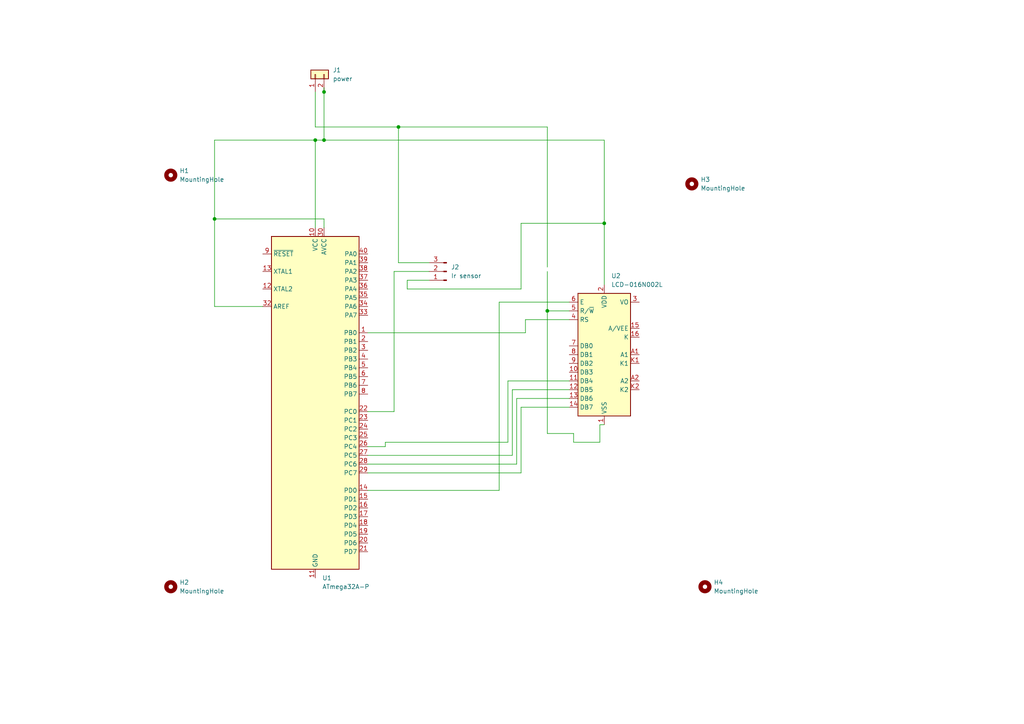
<source format=kicad_sch>
(kicad_sch (version 20211123) (generator eeschema)
  (paper "A4")
  (lib_symbols
    (symbol "Connector:Conn_01x03_Male" (pin_names (offset 1.016) hide)
      (property "Reference" "J" (at 0 5.08 0))
      (property "Value" "Conn_01x03_Male" (at 0 -5.08 0))
      (symbol "Conn_01x03_Male_1_1"
        (polyline (pts (xy 1.27 -2.54) (xy 0.8636 -2.54)) (stroke (width 0.1524)))
        (polyline (pts (xy 1.27 0) (xy 0.8636 0)) (stroke (width 0.1524)))
        (polyline (pts (xy 1.27 2.54) (xy 0.8636 2.54)) (stroke (width 0.1524)))
        (rectangle (start 0.8636 -2.413) (end 0 -2.667) (stroke (width 0.1524)) (fill (type outline)))
        (rectangle (start 0.8636 0.127) (end 0 -0.127) (stroke (width 0.1524)) (fill (type outline)))
        (rectangle (start 0.8636 2.667) (end 0 2.413) (stroke (width 0.1524)) (fill (type outline)))
        (pin passive line (at 5.08 2.54 180) (length 3.81) (name "Pin_1") (number "1"))
        (pin passive line (at 5.08 0 180) (length 3.81) (name "Pin_2") (number "2"))
        (pin passive line (at 5.08 -2.54 180) (length 3.81) (name "Pin_3") (number "3"))
      )
    )
    (symbol "Connector_Generic:Conn_01x02" (pin_names (offset 1.016) hide)
      (property "Reference" "J" (at 0 2.54 0))
      (property "Value" "Conn_01x02" (at 0 -5.08 0))
      (symbol "Conn_01x02_1_1"
        (rectangle (start -1.27 -2.413) (end 0 -2.667) (stroke (width 0.1524)))
        (rectangle (start -1.27 0.127) (end 0 -0.127) (stroke (width 0.1524)))
        (rectangle (start -1.27 1.27) (end 1.27 -3.81) (stroke (width 0.254)) (fill (type background)))
        (pin passive line (at -5.08 0 0) (length 3.81) (name "Pin_1") (number "1"))
        (pin passive line (at -5.08 -2.54 0) (length 3.81) (name "Pin_2") (number "2"))
      )
    )
    (symbol "Display_Character:LCD-016N002L"
      (property "Reference" "U" (at -6.35 18.796 0))
      (property "Value" "LCD-016N002L" (at 8.636 18.796 0))
      (symbol "LCD-016N002L_1_1"
        (rectangle (start -7.62 17.78) (end 7.62 -17.78) (stroke (width 0.254)) (fill (type background)))
        (pin power_in line (at 0 -20.32 90) (length 2.54) (name "VSS") (number "1"))
        (pin bidirectional line (at -10.16 -5.08 0) (length 2.54) (name "DB3") (number "10"))
        (pin bidirectional line (at -10.16 -7.62 0) (length 2.54) (name "DB4") (number "11"))
        (pin bidirectional line (at -10.16 -10.16 0) (length 2.54) (name "DB5") (number "12"))
        (pin bidirectional line (at -10.16 -12.7 0) (length 2.54) (name "DB6") (number "13"))
        (pin bidirectional line (at -10.16 -15.24 0) (length 2.54) (name "DB7") (number "14"))
        (pin power_in line (at 10.16 7.62 180) (length 2.54) (name "A/VEE") (number "15"))
        (pin power_in line (at 10.16 5.08 180) (length 2.54) (name "K") (number "16"))
        (pin power_in line (at 0 20.32 270) (length 2.54) (name "VDD") (number "2"))
        (pin input line (at 10.16 15.24 180) (length 2.54) (name "VO") (number "3"))
        (pin input line (at -10.16 10.16 0) (length 2.54) (name "RS") (number "4"))
        (pin input line (at -10.16 12.7 0) (length 2.54) (name "R/~{W}") (number "5"))
        (pin input line (at -10.16 15.24 0) (length 2.54) (name "E") (number "6"))
        (pin bidirectional line (at -10.16 2.54 0) (length 2.54) (name "DB0") (number "7"))
        (pin bidirectional line (at -10.16 0 0) (length 2.54) (name "DB1") (number "8"))
        (pin bidirectional line (at -10.16 -2.54 0) (length 2.54) (name "DB2") (number "9"))
        (pin power_in line (at 10.16 0 180) (length 2.54) (name "A1") (number "A1"))
        (pin power_in line (at 10.16 -7.62 180) (length 2.54) (name "A2") (number "A2"))
        (pin power_in line (at 10.16 -2.54 180) (length 2.54) (name "K1") (number "K1"))
        (pin power_in line (at 10.16 -10.16 180) (length 2.54) (name "K2") (number "K2"))
      )
    )
    (symbol "MCU_Microchip_ATmega:ATmega32A-P"
      (property "Reference" "U" (at -12.7 49.53 0))
      (property "Value" "ATmega32A-P" (at 2.54 -49.53 0))
      (symbol "ATmega32A-P_0_1"
        (rectangle (start -12.7 -48.26) (end 12.7 48.26) (stroke (width 0.254)) (fill (type background)))
      )
      (symbol "ATmega32A-P_1_1"
        (pin bidirectional line (at 15.24 20.32 180) (length 2.54) (name "PB0") (number "1"))
        (pin power_in line (at 0 50.8 270) (length 2.54) (name "VCC") (number "10"))
        (pin power_in line (at 0 -50.8 90) (length 2.54) (name "GND") (number "11"))
        (pin output line (at -15.24 33.02 0) (length 2.54) (name "XTAL2") (number "12"))
        (pin input line (at -15.24 38.1 0) (length 2.54) (name "XTAL1") (number "13"))
        (pin bidirectional line (at 15.24 -25.4 180) (length 2.54) (name "PD0") (number "14"))
        (pin bidirectional line (at 15.24 -27.94 180) (length 2.54) (name "PD1") (number "15"))
        (pin bidirectional line (at 15.24 -30.48 180) (length 2.54) (name "PD2") (number "16"))
        (pin bidirectional line (at 15.24 -33.02 180) (length 2.54) (name "PD3") (number "17"))
        (pin bidirectional line (at 15.24 -35.56 180) (length 2.54) (name "PD4") (number "18"))
        (pin bidirectional line (at 15.24 -38.1 180) (length 2.54) (name "PD5") (number "19"))
        (pin bidirectional line (at 15.24 17.78 180) (length 2.54) (name "PB1") (number "2"))
        (pin bidirectional line (at 15.24 -40.64 180) (length 2.54) (name "PD6") (number "20"))
        (pin bidirectional line (at 15.24 -43.18 180) (length 2.54) (name "PD7") (number "21"))
        (pin bidirectional line (at 15.24 -2.54 180) (length 2.54) (name "PC0") (number "22"))
        (pin bidirectional line (at 15.24 -5.08 180) (length 2.54) (name "PC1") (number "23"))
        (pin bidirectional line (at 15.24 -7.62 180) (length 2.54) (name "PC2") (number "24"))
        (pin bidirectional line (at 15.24 -10.16 180) (length 2.54) (name "PC3") (number "25"))
        (pin bidirectional line (at 15.24 -12.7 180) (length 2.54) (name "PC4") (number "26"))
        (pin bidirectional line (at 15.24 -15.24 180) (length 2.54) (name "PC5") (number "27"))
        (pin bidirectional line (at 15.24 -17.78 180) (length 2.54) (name "PC6") (number "28"))
        (pin bidirectional line (at 15.24 -20.32 180) (length 2.54) (name "PC7") (number "29"))
        (pin bidirectional line (at 15.24 15.24 180) (length 2.54) (name "PB2") (number "3"))
        (pin power_in line (at 2.54 50.8 270) (length 2.54) (name "AVCC") (number "30"))
        (pin passive line (at 0 -50.8 90) (length 2.54) hide (name "GND") (number "31"))
        (pin passive line (at -15.24 27.94 0) (length 2.54) (name "AREF") (number "32"))
        (pin bidirectional line (at 15.24 25.4 180) (length 2.54) (name "PA7") (number "33"))
        (pin bidirectional line (at 15.24 27.94 180) (length 2.54) (name "PA6") (number "34"))
        (pin bidirectional line (at 15.24 30.48 180) (length 2.54) (name "PA5") (number "35"))
        (pin bidirectional line (at 15.24 33.02 180) (length 2.54) (name "PA4") (number "36"))
        (pin bidirectional line (at 15.24 35.56 180) (length 2.54) (name "PA3") (number "37"))
        (pin bidirectional line (at 15.24 38.1 180) (length 2.54) (name "PA2") (number "38"))
        (pin bidirectional line (at 15.24 40.64 180) (length 2.54) (name "PA1") (number "39"))
        (pin bidirectional line (at 15.24 12.7 180) (length 2.54) (name "PB3") (number "4"))
        (pin bidirectional line (at 15.24 43.18 180) (length 2.54) (name "PA0") (number "40"))
        (pin bidirectional line (at 15.24 10.16 180) (length 2.54) (name "PB4") (number "5"))
        (pin bidirectional line (at 15.24 7.62 180) (length 2.54) (name "PB5") (number "6"))
        (pin bidirectional line (at 15.24 5.08 180) (length 2.54) (name "PB6") (number "7"))
        (pin bidirectional line (at 15.24 2.54 180) (length 2.54) (name "PB7") (number "8"))
        (pin input line (at -15.24 43.18 0) (length 2.54) (name "~{RESET}") (number "9"))
      )
    )
    (symbol "Mechanical:MountingHole" (pin_names (offset 1.016))
      (property "Reference" "H" (at 0 5.08 0))
      (property "Value" "MountingHole" (at 0 3.175 0))
      (symbol "MountingHole_0_1"
        (circle (center 0 0) (radius 1.27) (stroke (width 1.27)))
      )
    )
  )
  (junction (at 62.23 63.5))
  (junction (at 175.26 64.77))
  (junction (at 93.98 40.64))
  (junction (at 91.44 40.64))
  (junction (at 93.98 26.67))
  (junction (at 158.75 90.17))
  (junction (at 115.57 36.83))
  (wire (pts (xy 173.99 128.27) (xy 173.99 123.19)))
  (wire (pts (xy 115.57 36.83) (xy 115.57 76.2)))
  (wire (pts (xy 106.68 134.62) (xy 149.86 134.62)))
  (wire (pts (xy 165.1 92.71) (xy 152.4 92.71)))
  (wire (pts (xy 93.98 26.67) (xy 93.98 40.64)))
  (wire (pts (xy 165.1 90.17) (xy 158.75 90.17)))
  (wire (pts (xy 175.26 40.64) (xy 175.26 64.77)))
  (wire (pts (xy 93.98 25.4) (xy 93.98 26.67)))
  (wire (pts (xy 62.23 63.5) (xy 62.23 88.9)))
  (wire (pts (xy 114.3 78.74) (xy 114.3 119.38)))
  (wire (pts (xy 151.13 64.77) (xy 175.26 64.77)))
  (wire (pts (xy 144.78 142.24) (xy 144.78 87.63)))
  (wire (pts (xy 124.46 78.74) (xy 114.3 78.74)))
  (wire (pts (xy 149.86 115.57) (xy 165.1 115.57)))
  (wire (pts (xy 158.75 90.17) (xy 158.75 125.73)))
  (wire (pts (xy 173.99 123.19) (xy 175.26 123.19)))
  (wire (pts (xy 62.23 88.9) (xy 76.2 88.9)))
  (wire (pts (xy 91.44 40.64) (xy 91.44 66.04)))
  (wire (pts (xy 175.26 64.77) (xy 175.26 82.55)))
  (wire (pts (xy 93.98 40.64) (xy 175.26 40.64)))
  (wire (pts (xy 166.37 128.27) (xy 173.99 128.27)))
  (wire (pts (xy 106.68 129.54) (xy 111.76 129.54)))
  (wire (pts (xy 148.59 113.03) (xy 148.59 132.08)))
  (wire (pts (xy 158.75 77.47) (xy 158.75 36.83)))
  (wire (pts (xy 62.23 40.64) (xy 91.44 40.64)))
  (wire (pts (xy 106.68 132.08) (xy 148.59 132.08)))
  (wire (pts (xy 93.98 63.5) (xy 62.23 63.5)))
  (wire (pts (xy 106.68 142.24) (xy 144.78 142.24)))
  (wire (pts (xy 93.98 66.04) (xy 93.98 63.5)))
  (wire (pts (xy 165.1 118.11) (xy 151.13 118.11)))
  (wire (pts (xy 158.75 36.83) (xy 115.57 36.83)))
  (wire (pts (xy 124.46 81.28) (xy 118.11 81.28)))
  (wire (pts (xy 165.1 113.03) (xy 148.59 113.03)))
  (wire (pts (xy 152.4 92.71) (xy 152.4 96.52)))
  (wire (pts (xy 147.32 128.27) (xy 111.76 128.27)))
  (wire (pts (xy 115.57 36.83) (xy 91.44 36.83)))
  (wire (pts (xy 106.68 137.16) (xy 151.13 137.16)))
  (wire (pts (xy 166.37 125.73) (xy 166.37 128.27)))
  (wire (pts (xy 114.3 119.38) (xy 106.68 119.38)))
  (wire (pts (xy 151.13 118.11) (xy 151.13 137.16)))
  (wire (pts (xy 152.4 96.52) (xy 106.68 96.52)))
  (wire (pts (xy 149.86 115.57) (xy 149.86 134.62)))
  (wire (pts (xy 147.32 128.27) (xy 147.32 110.49)))
  (wire (pts (xy 91.44 40.64) (xy 93.98 40.64)))
  (wire (pts (xy 151.13 83.82) (xy 151.13 64.77)))
  (wire (pts (xy 158.75 78.74) (xy 158.75 90.17)))
  (wire (pts (xy 144.78 87.63) (xy 165.1 87.63)))
  (wire (pts (xy 118.11 83.82) (xy 151.13 83.82)))
  (wire (pts (xy 158.75 125.73) (xy 166.37 125.73)))
  (wire (pts (xy 147.32 110.49) (xy 165.1 110.49)))
  (wire (pts (xy 115.57 76.2) (xy 124.46 76.2)))
  (wire (pts (xy 118.11 81.28) (xy 118.11 83.82)))
  (wire (pts (xy 91.44 26.67) (xy 91.44 36.83)))
  (wire (pts (xy 62.23 40.64) (xy 62.23 63.5)))
  (wire (pts (xy 111.76 128.27) (xy 111.76 129.54)))
  (symbol (lib_id "MCU_Microchip_ATmega:ATmega32A-P") (at 91.44 116.84 0) (unit 1)
    (property "Reference" "U1" (at 93.4594 167.64 0) (effects (justify left)))
    (property "Value" "ATmega32A-P" (at 93.4594 170.18 0) (effects (justify left)))
    (property "Footprint" "Package_DIP:DIP-40_W15.24mm" (effects hide))
    (property "Datasheet" "http://ww1.microchip.com/downloads/en/DeviceDoc/atmel-8155-8-bit-microcontroller-avr-atmega32a_datasheet.pdf" (effects hide))
  )
  (symbol (lib_id "Mechanical:MountingHole") (at 204.47 170.18 0) (unit 1)
    (property "Reference" "H4" (at 207.01 168.9099 0) (effects (justify left)))
    (property "Value" "MountingHole" (at 207.01 171.4499 0) (effects (justify left)))
    (property "Footprint" "MountingHole:MountingHole_3.5mm_Pad" (effects hide))
  )
  (symbol (lib_id "Connector_Generic:Conn_01x02") (at 91.44 21.59 90) (unit 1)
    (property "Reference" "J1" (at 96.52 20.3199 90) (effects (justify right)))
    (property "Value" "power" (at 96.52 22.8599 90) (effects (justify right)))
    (property "Footprint" "Connector_PinHeader_2.54mm:PinHeader_1x02_P2.54mm_Horizontal" (effects hide))
  )
  (symbol (lib_id "Display_Character:LCD-016N002L") (at 175.26 102.87 0) (unit 1)
    (property "Reference" "U2" (at 177.2794 80.01 0) (effects (justify left)))
    (property "Value" "LCD-016N002L" (at 177.2794 82.55 0) (effects (justify left)))
    (property "Footprint" "Display:LCD-016N002L" (effects hide))
    (property "Datasheet" "http://www.vishay.com/docs/37299/37299.pdf" (effects hide))
  )
  (symbol (lib_id "Mechanical:MountingHole") (at 200.66 53.34 0) (unit 1)
    (property "Reference" "H3" (at 203.2 52.0699 0) (effects (justify left)))
    (property "Value" "MountingHole" (at 203.2 54.6099 0) (effects (justify left)))
    (property "Footprint" "MountingHole:MountingHole_3.5mm_Pad" (effects hide))
  )
  (symbol (lib_id "Connector:Conn_01x03_Male") (at 129.54 78.74 180) (unit 1)
    (property "Reference" "J2" (at 130.81 77.4699 0) (effects (justify right)))
    (property "Value" "Ir sensor" (at 130.81 80.0099 0) (effects (justify right)))
    (property "Footprint" "Connector_PinSocket_1.27mm:PinSocket_1x03_P1.27mm_Vertical" (effects hide))
  )
  (symbol (lib_id "Mechanical:MountingHole") (at 49.53 170.18 0) (unit 1)
    (property "Reference" "H2" (at 52.07 168.9099 0) (effects (justify left)))
    (property "Value" "MountingHole" (at 52.07 171.4499 0) (effects (justify left)))
    (property "Footprint" "MountingHole:MountingHole_3.5mm_Pad" (effects hide))
  )
  (symbol (lib_id "Mechanical:MountingHole") (at 49.53 50.8 0) (unit 1)
    (property "Reference" "H1" (at 52.07 49.5299 0) (effects (justify left)))
    (property "Value" "MountingHole" (at 52.07 52.0699 0) (effects (justify left)))
    (property "Footprint" "MountingHole:MountingHole_3.5mm_Pad" (effects hide))
  )
)
</source>
